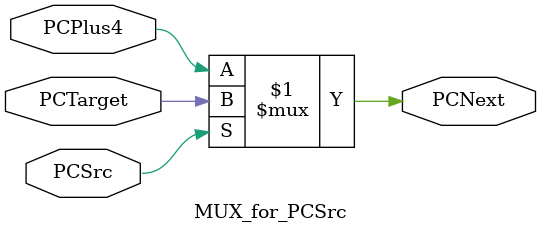
<source format=v>
`timescale 1ns / 1ps

module MUX_for_PCSrc(
input PCPlus4, PCTarget, PCSrc,
output  PCNext
    );
    
    assign PCNext = PCSrc?PCTarget:PCPlus4; 
endmodule

</source>
